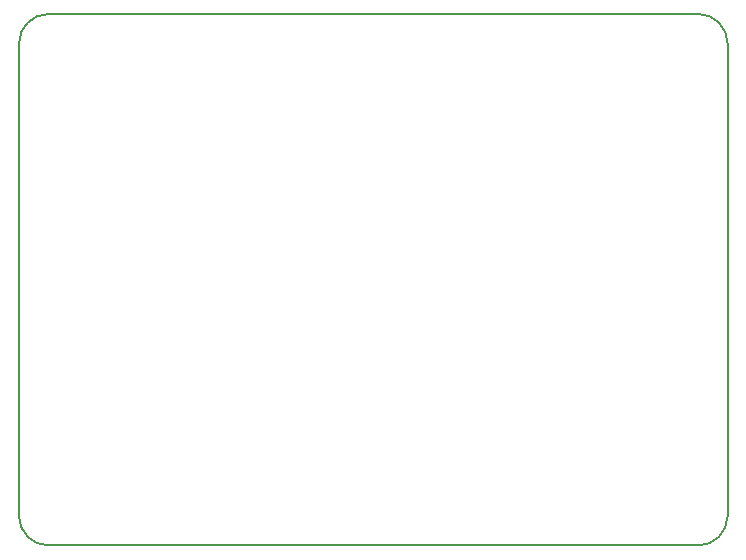
<source format=gbr>
%TF.GenerationSoftware,KiCad,Pcbnew,7.0.7*%
%TF.CreationDate,2023-11-15T17:54:30+01:00*%
%TF.ProjectId,Nodo_ESP32_bresser,4e6f646f-5f45-4535-9033-325f62726573,rev?*%
%TF.SameCoordinates,Original*%
%TF.FileFunction,Profile,NP*%
%FSLAX46Y46*%
G04 Gerber Fmt 4.6, Leading zero omitted, Abs format (unit mm)*
G04 Created by KiCad (PCBNEW 7.0.7) date 2023-11-15 17:54:30*
%MOMM*%
%LPD*%
G01*
G04 APERTURE LIST*
%TA.AperFunction,Profile*%
%ADD10C,0.200000*%
%TD*%
G04 APERTURE END LIST*
D10*
X114475000Y-107746000D02*
G75*
G03*
X116975000Y-110246000I2500000J0D01*
G01*
X116975000Y-110246000D02*
X171975000Y-110246000D01*
X114475000Y-67746000D02*
X114475000Y-107746000D01*
X171975000Y-65246000D02*
X116975000Y-65246000D01*
X171975000Y-110246000D02*
G75*
G03*
X174475000Y-107746000I0J2500000D01*
G01*
X174475000Y-67746000D02*
G75*
G03*
X171975000Y-65246000I-2500000J0D01*
G01*
X116975000Y-65246000D02*
G75*
G03*
X114475000Y-67746000I0J-2500000D01*
G01*
X174475000Y-107746000D02*
X174475000Y-67746000D01*
M02*

</source>
